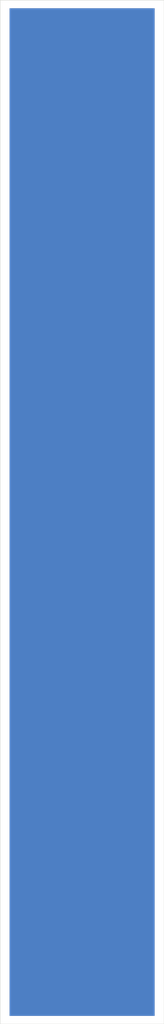
<source format=kicad_pcb>
(kicad_pcb (version 20171130) (host pcbnew 5.1.5)

  (general
    (thickness 1.6)
    (drawings 4)
    (tracks 0)
    (zones 0)
    (modules 2)
    (nets 3)
  )

  (page A4)
  (layers
    (0 F.Cu signal)
    (31 B.Cu signal)
    (32 B.Adhes user)
    (33 F.Adhes user)
    (34 B.Paste user)
    (35 F.Paste user)
    (36 B.SilkS user)
    (37 F.SilkS user)
    (38 B.Mask user)
    (39 F.Mask user)
    (40 Dwgs.User user)
    (41 Cmts.User user)
    (42 Eco1.User user)
    (43 Eco2.User user)
    (44 Edge.Cuts user)
    (45 Margin user)
    (46 B.CrtYd user)
    (47 F.CrtYd user)
    (48 B.Fab user)
    (49 F.Fab user)
  )

  (setup
    (last_trace_width 0.25)
    (trace_clearance 0.2)
    (zone_clearance 0.508)
    (zone_45_only no)
    (trace_min 0.2)
    (via_size 0.8)
    (via_drill 0.4)
    (via_min_size 0.4)
    (via_min_drill 0.3)
    (uvia_size 0.3)
    (uvia_drill 0.1)
    (uvias_allowed no)
    (uvia_min_size 0.2)
    (uvia_min_drill 0.1)
    (edge_width 0.05)
    (segment_width 0.2)
    (pcb_text_width 0.3)
    (pcb_text_size 1.5 1.5)
    (mod_edge_width 0.12)
    (mod_text_size 1 1)
    (mod_text_width 0.15)
    (pad_size 1.524 1.524)
    (pad_drill 0.762)
    (pad_to_mask_clearance 0.051)
    (solder_mask_min_width 0.25)
    (aux_axis_origin 0 0)
    (grid_origin 149.86 83.82)
    (visible_elements FFFFFF7F)
    (pcbplotparams
      (layerselection 0x010fc_ffffffff)
      (usegerberextensions false)
      (usegerberattributes false)
      (usegerberadvancedattributes false)
      (creategerberjobfile false)
      (excludeedgelayer true)
      (linewidth 0.100000)
      (plotframeref false)
      (viasonmask false)
      (mode 1)
      (useauxorigin false)
      (hpglpennumber 1)
      (hpglpenspeed 20)
      (hpglpendiameter 15.000000)
      (psnegative false)
      (psa4output false)
      (plotreference true)
      (plotvalue true)
      (plotinvisibletext false)
      (padsonsilk false)
      (subtractmaskfromsilk false)
      (outputformat 1)
      (mirror false)
      (drillshape 1)
      (scaleselection 1)
      (outputdirectory ""))
  )

  (net 0 "")
  (net 1 "Net-(TP1-Pad1)")
  (net 2 "Net-(TP2-Pad1)")

  (net_class Default "This is the default net class."
    (clearance 0.2)
    (trace_width 0.25)
    (via_dia 0.8)
    (via_drill 0.4)
    (uvia_dia 0.3)
    (uvia_drill 0.1)
    (add_net "Net-(TP1-Pad1)")
    (add_net "Net-(TP2-Pad1)")
  )

  (module unl_silab:coupon_single_side (layer F.Cu) (tedit 5DF7EE84) (tstamp 5DF83FE5)
    (at 149.86 83.82)
    (path /5DF7ED94)
    (fp_text reference TP1 (at 0 0.5) (layer F.SilkS) hide
      (effects (font (size 1 1) (thickness 0.15)))
    )
    (fp_text value TestPoint (at 0 -0.5) (layer F.Fab)
      (effects (font (size 1 1) (thickness 0.15)))
    )
    (pad 1 smd rect (at 0 0) (size 18 125) (layers F.Cu F.Mask)
      (net 1 "Net-(TP1-Pad1)"))
  )

  (module unl_silab:coupon_single_side (layer B.Cu) (tedit 5DF7EE84) (tstamp 5DF84034)
    (at 149.86 83.82)
    (path /5DF7EF85)
    (fp_text reference TP2 (at 0 -0.5) (layer B.SilkS) hide
      (effects (font (size 1 1) (thickness 0.15)) (justify mirror))
    )
    (fp_text value TestPoint (at 0 0.5) (layer B.Fab)
      (effects (font (size 1 1) (thickness 0.15)) (justify mirror))
    )
    (pad 1 smd rect (at 0 0) (size 18 125) (layers B.Cu B.Mask)
      (net 2 "Net-(TP2-Pad1)"))
  )

  (gr_line (start 160.02 147.32) (end 160.02 20.32) (layer Edge.Cuts) (width 0.05) (tstamp 5DF84060))
  (gr_line (start 139.7 147.32) (end 160.02 147.32) (layer Edge.Cuts) (width 0.05))
  (gr_line (start 139.7 20.32) (end 139.7 147.32) (layer Edge.Cuts) (width 0.05))
  (gr_line (start 160.02 20.32) (end 139.7 20.32) (layer Edge.Cuts) (width 0.05))

)

</source>
